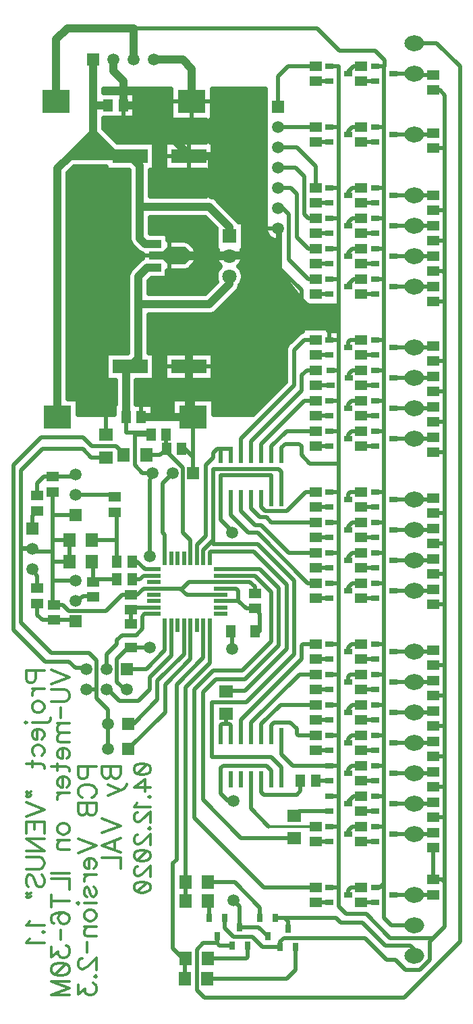
<source format=gbr>
G04 DipTrace 3.3.1.3*
G04 Bottom.gbr*
%MOIN*%
G04 #@! TF.FileFunction,Copper,L2,Bot*
G04 #@! TF.Part,Single*
%AMOUTLINE0*
4,1,10,
-0.100394,0.019685,
-0.033465,0.019685,
-0.009843,0.043307,
0.076772,0.043307,
0.100394,0.019685,
0.100394,-0.019685,
0.076772,-0.043307,
-0.009843,-0.043307,
-0.033465,-0.019685,
-0.100394,-0.019685,
-0.100394,0.019685,
0*%
%AMOUTLINE3*
4,1,20,
0.0,0.03937,
0.015208,0.037443,
0.028926,0.031851,
0.039814,0.023141,
0.046804,0.012166,
0.049213,0.0,
0.046804,-0.012166,
0.039814,-0.023141,
0.028926,-0.031851,
0.015208,-0.037443,
0.0,-0.03937,
-0.015208,-0.037443,
-0.028926,-0.031851,
-0.039814,-0.023141,
-0.046804,-0.012166,
-0.049213,0.0,
-0.046804,0.012166,
-0.039814,0.023141,
-0.028926,0.031851,
-0.015208,0.037443,
0.0,0.03937,
0*%
G04 #@! TA.AperFunction,CopperBalancing*
%ADD13C,0.019685*%
G04 #@! TA.AperFunction,Conductor*
%ADD14C,0.03937*%
%ADD15C,0.012992*%
G04 #@! TA.AperFunction,CopperBalancing*
%ADD16C,0.025*%
%ADD17R,0.059055X0.051181*%
%ADD19R,0.173228X0.070866*%
%ADD20R,0.051181X0.059055*%
%ADD21R,0.062992X0.070866*%
G04 #@! TA.AperFunction,ComponentPad*
%ADD22R,0.059055X0.059055*%
%ADD23C,0.059055*%
%ADD24R,0.047244X0.062992*%
%ADD25R,0.062992X0.047244*%
%ADD27R,0.025591X0.041339*%
%ADD29R,0.041339X0.025591*%
%ADD30R,0.070866X0.062992*%
%ADD32R,0.066929X0.019685*%
%ADD33R,0.019685X0.066929*%
%ADD34R,0.023622X0.07874*%
G04 #@! TA.AperFunction,ComponentPad*
%ADD35R,0.137795X0.11811*%
%ADD37R,0.059055X0.03937*%
G04 #@! TA.AperFunction,ComponentPad*
%ADD38R,0.070866X0.070866*%
%ADD39C,0.070866*%
G04 #@! TA.AperFunction,ViaPad*
%ADD40C,0.059055*%
%ADD85C,0.013895*%
%ADD86C,0.012351*%
%ADD87OUTLINE0*%
G04 #@! TA.AperFunction,ComponentPad*
%ADD90OUTLINE3*%
%FSLAX26Y26*%
G04*
G70*
G90*
G75*
G01*
G04 Bottom*
%LPD*%
X1800050Y778001D2*
D13*
Y812352D1*
X1781201Y831201D1*
X1737256D1*
X2424951Y644735D2*
Y674950D1*
X2406201Y693701D1*
X2281201D1*
X2168701Y806201D1*
X2062451D1*
X2037451Y831201D1*
X1781201D1*
X999953Y3299950D2*
D14*
Y3528794D1*
X1021110Y3549951D1*
X1512453Y3993699D2*
Y3956202D1*
X1412451Y3856201D1*
X1062451D1*
Y3993702D1*
X1106201Y4037451D1*
X1143702D1*
X1718701Y1513386D2*
D13*
Y1557236D1*
X1693702Y1582235D1*
X1481202D1*
X1468701Y1569734D1*
Y1513386D1*
X1718701Y2899852D2*
Y3012450D1*
X1468701D1*
Y2899852D1*
X1562551Y784253D2*
X1656251D1*
X1699854Y740650D1*
X999953Y3299950D2*
Y3224951D1*
X1124951D1*
Y3212450D1*
X1043701D1*
Y3062451D1*
X1081202Y3024950D1*
X1131202D1*
X1006202Y1956201D2*
X993701D1*
X956201Y1993701D1*
Y2106199D1*
X1013092Y2163091D1*
X1024951D1*
X1062451Y3856201D2*
D14*
Y3591293D1*
X1021110Y3549951D1*
X1118701Y2162450D2*
D13*
X1025592D1*
X1024951Y2163091D1*
X1524951Y2156201D2*
Y2238091D1*
X1519341Y2243701D1*
X1531201Y1406201D2*
X1506201D1*
X1468701Y1443701D1*
Y1513386D1*
X1562551Y784253D2*
Y887352D1*
X1531202Y918701D1*
X1524951Y2731201D2*
Y2737450D1*
X1468701Y2793701D1*
Y2899852D1*
X1118702Y2612450D2*
Y2987450D1*
G02X1131202Y3024950I62473J9D01*
G01*
D3*
X937450Y5062450D2*
D14*
Y5006202D1*
X987255Y4956398D1*
Y4837451D1*
X1068701D1*
X1312449Y4593703D1*
Y4587450D1*
X1331202Y3299951D2*
X1074756D1*
Y3299950D1*
X1312449Y3549951D2*
Y3318705D1*
X1331202Y3299951D1*
X1512453Y4093699D2*
X1217375D1*
X1214568Y4096507D1*
X1312449Y4587450D2*
X1424951D1*
Y4437451D1*
X1599951Y4262451D1*
Y4231201D1*
Y4096507D1*
X1214568D1*
X1312449Y3549951D2*
Y3699950D1*
X1374951D1*
X1599951Y3924950D1*
Y4096507D1*
X1137450Y5062450D2*
X1281202D1*
X1324942Y5018710D1*
Y4856211D1*
X2518702Y1019735D2*
D13*
Y1175984D1*
X2518701Y1175986D1*
X2518702Y1019735D2*
X2562450D1*
X2574951Y1007234D1*
Y788484D1*
X2517668Y731201D1*
X2306202D1*
X2187451Y849951D1*
X2087451D1*
X2049951Y887451D1*
Y982235D1*
X2006398D1*
X2006201Y982038D1*
Y1282038D2*
X2049951D1*
Y982235D1*
X2006201Y1432037D2*
X2049951D1*
Y1582038D1*
Y1732038D1*
Y1882038D1*
Y2032038D1*
Y2182038D1*
Y2476769D1*
Y2632038D1*
Y2787904D1*
Y2932037D1*
Y3071824D1*
Y3232037D1*
Y3382038D1*
Y3532037D1*
Y3682038D1*
Y3850984D1*
Y3982038D1*
Y4132037D1*
Y4282038D1*
Y4432038D1*
Y4732038D1*
Y5032235D1*
X2006398D1*
X2006201Y5032038D1*
Y4732038D2*
X2049951D1*
X2006201Y4432038D2*
X2049951D1*
X2006201Y4282038D2*
X2049951D1*
X2006201Y4132038D2*
X2049951Y4132037D1*
X2006201Y3982038D2*
X2049951D1*
X2006201Y3682038D2*
X2049951D1*
X2012451Y3532038D2*
X2049951Y3532037D1*
X2006201Y3382038D2*
X2049951D1*
X2006201Y3232038D2*
X2049951Y3232037D1*
X2006201Y2932038D2*
X2049951Y2932037D1*
X2006201Y2782038D2*
X2044085D1*
X2049951Y2787904D1*
X2006201Y2632038D2*
X2049951D1*
X2006201Y2482038D2*
X2044682D1*
X2049951Y2476769D1*
X2006201Y2182038D2*
X2049951D1*
X2006201Y2032037D2*
X2049951Y2032038D1*
X2006201Y1882038D2*
X2049951D1*
X2006201Y1732037D2*
X2049951Y1732038D1*
X2006201Y1582038D2*
X2049951D1*
Y1432037D2*
Y1282038D1*
X2518701Y4913486D2*
X2549951D1*
X2574951Y4888486D1*
Y4625986D1*
Y4319735D1*
Y4169734D1*
Y4010416D1*
Y3869735D1*
Y3575986D1*
Y3425984D1*
Y3275986D1*
Y3125984D1*
Y2825986D1*
Y2675986D1*
Y2525986D1*
Y2375986D1*
Y2075986D1*
Y1925986D1*
Y1775986D1*
Y1619323D1*
Y1475986D1*
Y1325986D1*
Y1007234D1*
X2518702Y1325986D2*
X2574951D1*
X2518702Y1475986D2*
X2574951D1*
X2518701Y1625986D2*
X2568289D1*
X2574951Y1619323D1*
X2518702Y1775986D2*
X2574951D1*
X2518702Y1925986D2*
X2574951D1*
X2518701Y2075986D2*
X2574951D1*
X2518702Y2375986D2*
X2574951D1*
X2518702Y2525986D2*
X2574951D1*
X2518702Y2675986D2*
X2574951D1*
X2518702Y2825986D2*
X2574951D1*
X2518701Y3125986D2*
X2574951Y3125984D1*
X2518701Y3275986D2*
X2574951D1*
X2518701Y3425986D2*
X2574951Y3425984D1*
X2518702Y3575986D2*
X2574951D1*
X2518701Y3869735D2*
X2574951D1*
X2518702Y4019735D2*
X2565633D1*
X2574951Y4010416D1*
X2518701Y4169735D2*
X2574951Y4169734D1*
X2518702Y4319735D2*
X2574951D1*
X2518702Y4625986D2*
X2574951D1*
X1749951Y4231201D2*
X1762451D1*
Y4032235D1*
X1868701Y3925986D1*
Y3882235D1*
X1899951Y3850984D1*
X2049951D1*
X1768701Y3112450D2*
Y3149950D1*
X1787451Y3168701D1*
X1856201D1*
X1868701Y3156201D1*
Y3112451D1*
X1909328Y3071824D1*
X2049951D1*
X1768701Y1725984D2*
Y1638486D1*
X1825148Y1582038D1*
X2006201D1*
X1137992Y2455463D2*
X1269437D1*
X1300933Y2423967D1*
X1468701D1*
Y2486959D2*
X1310261D1*
X1274101Y2450799D1*
X1269437Y2455463D1*
X1487256Y831201D2*
Y781398D1*
X1531202Y737451D1*
X1624951D1*
X1674953Y687450D1*
X1762648D1*
X1468701Y2486959D2*
X1612944D1*
X1637451Y2462451D1*
Y2431004D1*
X1137992Y2455463D2*
X1086714D1*
X1056201Y2424950D1*
X1024951D1*
X643701Y2374951D2*
X637451D1*
Y2493701D1*
X749951D1*
X537451Y2649951D2*
Y2637450D1*
X637451D1*
Y2693701D1*
Y2818701D1*
X749951D1*
X637451Y2493701D2*
Y2587450D1*
Y2637450D1*
X1331202Y3299951D2*
Y3104478D1*
Y3024950D1*
X1274951Y3143701D2*
X1291979D1*
X1331202Y3104478D1*
X806202Y1956201D2*
X856201D1*
Y2099951D1*
X818702Y2137450D1*
X631202D1*
X481201Y2287451D1*
Y2649951D1*
X537451D1*
X856202Y1956201D2*
Y1912450D1*
X912451Y1856201D1*
Y1662450D1*
Y1787450D2*
Y1662450D1*
X1762648Y687450D2*
Y712647D1*
X1781202Y731201D1*
X2181202D1*
X2287451Y624951D1*
X2331201D1*
X2381201Y574951D1*
X2449953D1*
X2500440Y625438D1*
Y713972D1*
X2517668Y731201D1*
X643701Y2374951D2*
X687451D1*
X718701Y2343701D1*
X899951D1*
X981201Y2424950D1*
X1024951D1*
X481201Y2649951D2*
Y2653129D1*
Y3037450D1*
X587451Y3143701D1*
X787451D1*
X828937Y3102215D1*
X899951D1*
Y3212451D2*
Y4012450D1*
X984008Y4096507D1*
X1214568D1*
X1749951Y4231201D2*
X1599951D1*
X537451Y2649951D2*
Y2653129D1*
X481201D1*
X537451Y2649951D2*
X484378D1*
X481201Y2653129D1*
X720966Y2587450D2*
X637451D1*
X720966Y2693701D2*
X637451D1*
X720966D2*
Y2587450D1*
X637451Y2931398D2*
Y2818701D1*
X1525150Y693702D2*
X1462451D1*
X1449854Y706299D1*
Y740650D1*
Y706299D2*
X1381299D1*
X1349951Y674951D1*
Y474950D1*
X1387450Y437451D1*
X2374953D1*
X2649951Y712450D1*
Y5031201D1*
X2536417Y5144735D1*
X2424951D1*
X1406202Y1006201D2*
X1537451D1*
X1662453Y881199D1*
Y831201D1*
X1402904Y531201D2*
X1793701D1*
X1837451Y574951D1*
Y687450D1*
X1404971Y912451D2*
X1412453D1*
Y831201D1*
X1599953Y693702D2*
Y637453D1*
X1593701Y631201D1*
X1406202D1*
X1292668Y531201D2*
Y627903D1*
X1295966Y631201D1*
X1382087Y2274361D2*
Y2113335D1*
X1249951Y1981199D1*
Y1118701D1*
X1231201Y1099950D1*
Y681201D1*
X1281201Y631201D1*
X1295966D1*
X1294735Y912451D2*
Y1004970D1*
X1295966Y1006201D1*
X1293701D1*
Y1968699D1*
X1413583Y2088581D1*
Y2274361D1*
X656202Y4856211D2*
D14*
Y5162451D1*
X712451Y5218701D1*
X1037450D1*
Y5062450D1*
X2231201Y5032038D2*
D13*
X2274951D1*
Y4732038D1*
Y4432038D1*
Y4282038D1*
Y4132038D1*
Y3982038D1*
Y3682038D1*
Y3526510D1*
Y3382038D1*
Y3232038D1*
Y2932038D1*
Y2782038D1*
Y2632038D1*
Y2473720D1*
Y2182038D1*
Y2032038D1*
Y1882038D1*
Y1732038D1*
Y1582038D1*
Y1432038D1*
Y1282038D1*
Y1000984D1*
X2256005Y982038D1*
X2231201D1*
Y1282038D2*
X2274951D1*
X2231201Y1432037D2*
X2274951Y1432038D1*
X2231201Y1582038D2*
X2274951D1*
X2231201Y1732037D2*
X2274951Y1732038D1*
X2231201Y1882038D2*
X2274951D1*
X2231201Y2032037D2*
X2274951Y2032038D1*
X2231201Y2182038D2*
X2274951D1*
Y1000984D2*
Y832235D1*
X2312451Y794735D1*
X2424951D1*
X2274951Y5032038D2*
X2277163Y5029827D1*
Y5060240D1*
X2231202Y5106201D1*
X2056201D1*
X1943701Y5218701D1*
X1037450D1*
X2231201Y4732038D2*
X2274951D1*
X2231201Y4432038D2*
X2274951D1*
X2231201Y4282038D2*
X2274951D1*
X2231201Y4132038D2*
X2274951D1*
X2231201Y3982038D2*
X2274951D1*
X2231201Y3682038D2*
X2274951D1*
X2231201Y3532038D2*
X2269424D1*
X2274951Y3526510D1*
X2231201Y3382038D2*
X2274951D1*
X2231201Y3232038D2*
X2274951D1*
X2231201Y2932038D2*
X2274951D1*
X2231201Y2782038D2*
X2274951D1*
X2231201Y2632038D2*
X2274951D1*
X2231201Y2482038D2*
X2266634D1*
X2274951Y2473720D1*
X2321752Y944636D2*
X2424853D1*
X2424951Y944735D1*
X2518505D1*
X2518702Y944932D1*
X2231201Y907235D2*
X2162648D1*
X2162451Y907432D1*
X2096752Y944636D2*
Y966535D1*
X2112451Y982235D1*
X2162451D1*
X1937451Y3982235D2*
X1899951D1*
X1806201Y4075986D1*
Y4300986D1*
X1768702Y4338484D1*
X1749951D1*
Y4331201D1*
X2006201Y907235D2*
X1937648D1*
X1937451Y907432D1*
X2321752Y1394635D2*
X2424852D1*
X2424951Y1394735D1*
X2512648D1*
X2518702Y1400789D1*
X2162451Y1357432D2*
X2231003D1*
X2231201Y1357234D1*
X2096752Y1394635D2*
Y1403001D1*
X2125986Y1432235D1*
X2162451D1*
X2321752Y1244636D2*
X2424853D1*
X2424951Y1244735D1*
X2512647D1*
X2518701Y1250789D1*
X2006201Y1357234D2*
X1853249D1*
X1831202Y1335186D1*
X2162451Y1207432D2*
X2231004D1*
X2231201Y1207235D1*
X2096752Y1244636D2*
Y1260285D1*
X2118702Y1282235D1*
X2162451D1*
X2006201Y1207235D2*
X1937648D1*
X1937451Y1207432D1*
X2321752Y1544636D2*
X2424853D1*
X2424951Y1544735D1*
X2512648D1*
X2518702Y1550789D1*
X2162451Y1507432D2*
X2231004D1*
X2231201Y1507235D1*
X2096752Y1544636D2*
Y1565501D1*
X2113486Y1582235D1*
X2162451D1*
X2006201Y1507235D2*
X1937255D1*
X2321752Y1694635D2*
X2424852D1*
X2424951Y1694735D1*
X2512647D1*
X2518701Y1700789D1*
X2162451Y1657432D2*
X2231003D1*
X2231201Y1657234D1*
X2096752Y1694635D2*
Y1715501D1*
X2113486Y1732235D1*
X2162451D1*
X1937451Y1657432D2*
X2006003D1*
X2006201Y1657234D1*
X2321752Y1844636D2*
X2424853D1*
X2424951Y1844735D1*
X2512648D1*
X2518702Y1850789D1*
X2162451Y1807432D2*
X2231004D1*
X2231201Y1807235D1*
X2096752Y1844636D2*
Y1859251D1*
X2119736Y1882235D1*
X2162451D1*
X1937451Y1807432D2*
X2006004D1*
X2006201Y1807235D1*
X2321752Y1994635D2*
X2424852D1*
X2424951Y1994735D1*
X2512648D1*
X2518702Y2000789D1*
X2162451Y1957432D2*
X2231003D1*
X2231201Y1957234D1*
X2096752Y1994635D2*
Y2021751D1*
X2107236Y2032235D1*
X2162451D1*
X1937451Y1957432D2*
X2006003D1*
X2006201Y1957234D1*
X2321752Y2144636D2*
X2424853D1*
X2424951Y2144735D1*
X2512647D1*
X2518701Y2150789D1*
X2162451Y2107432D2*
X2231004D1*
X2231201Y2107235D1*
X2096752Y2144636D2*
Y2165501D1*
X2113486Y2182235D1*
X2162451D1*
X2006201Y2107235D2*
X1937648D1*
X1937451Y2107432D1*
X2321752Y2444636D2*
X2424853D1*
X2424951Y2444735D1*
X2512648D1*
X2518702Y2450789D1*
X2231201Y2407235D2*
X2162647D1*
X2162451Y2407430D1*
X2096752Y2444636D2*
Y2459251D1*
X2119735Y2482234D1*
X2162451D1*
X2006201Y2407235D2*
X1937647D1*
X1937451Y2407430D1*
X2321752Y2594636D2*
X2424853D1*
X2424951Y2594735D1*
X2512648D1*
X2518702Y2600789D1*
X2231201Y2557235D2*
X2162648D1*
X2162451Y2557432D1*
X2096752Y2594636D2*
Y2609251D1*
X2119736Y2632235D1*
X2162451D1*
X2006201Y2557235D2*
X1937648D1*
X1937451Y2557432D1*
X2321752Y2744636D2*
X2424853D1*
X2424951Y2744735D1*
X2512648D1*
X2518702Y2750789D1*
X2231201Y2707235D2*
X2162647D1*
X2162451Y2707430D1*
X2096752Y2744636D2*
Y2759251D1*
X2119735Y2782234D1*
X2162451D1*
X2006201Y2707235D2*
X1937647D1*
X1937451Y2707430D1*
X2321752Y2894636D2*
X2424853D1*
X2424951Y2894735D1*
X2512648D1*
X2518702Y2900789D1*
X2231201Y2857235D2*
X2162648D1*
X2162451Y2857432D1*
X2096752Y2894636D2*
Y2921751D1*
X2107236Y2932235D1*
X2162451D1*
X2006201Y2857235D2*
X1937648D1*
X1937451Y2857432D1*
X2321752Y3194636D2*
X2424853D1*
X2424951Y3194735D1*
X2512647D1*
X2518701Y3200789D1*
X2231201Y3157235D2*
X2162648D1*
X2162451Y3157432D1*
X2096752Y3194636D2*
Y3215501D1*
X2113486Y3232235D1*
X2162451D1*
X2006201Y3157235D2*
X1937648D1*
X1937451Y3157432D1*
X2321752Y3344636D2*
X2424853D1*
X2424951Y3344735D1*
X2512647D1*
X2518701Y3350789D1*
X2231201Y3307235D2*
X2162647D1*
X2162451Y3307430D1*
X2096752Y3344636D2*
Y3365501D1*
X2113484Y3382234D1*
X2162451D1*
X2006201Y3307235D2*
X1937647D1*
X1937451Y3307430D1*
X2321752Y3494636D2*
X2424853D1*
X2424951Y3494735D1*
X2512647D1*
X2518701Y3500789D1*
X2231201Y3457235D2*
X2162648D1*
X2162451Y3457432D1*
X2103003Y3494636D2*
Y3515501D1*
X2119736Y3532235D1*
X2162451D1*
X2012451Y3457235D2*
X1937648D1*
X1937451Y3457432D1*
X2321752Y3644636D2*
X2424853D1*
X2424951Y3644735D1*
X2512648D1*
X2518702Y3650789D1*
X2231201Y3607235D2*
X2162451D1*
X2096752Y3644636D2*
Y3671751D1*
X2107039Y3682038D1*
X2162451D1*
X2006201Y3607235D2*
X1937647D1*
X1937451Y3607430D1*
X2518701Y4988289D2*
X2431398D1*
X2424951Y4994735D1*
X2321752Y4994636D2*
X2424853D1*
X2424951Y4994735D1*
X2231201Y4957235D2*
X2162648D1*
X2162451Y4957432D1*
X2096752Y4994636D2*
Y5003001D1*
X2125986Y5032235D1*
X2162451D1*
X2006201Y4957235D2*
X1937648D1*
X1937451Y4957432D1*
X2321752Y4694636D2*
X2424853D1*
X2424951Y4694735D1*
X2512648D1*
X2518702Y4700789D1*
X2231201Y4657235D2*
X2162648D1*
X2162451Y4657432D1*
X2096752Y4694636D2*
Y4709251D1*
X2119736Y4732235D1*
X2162451D1*
X1937451Y4657432D2*
X2006004D1*
X2006201Y4657235D1*
X1937451Y4132235D2*
X1899951D1*
X1843701Y4188486D1*
Y4400986D1*
X1813486Y4431201D1*
X1749951D1*
X2321752Y4394636D2*
X2424853D1*
X2424951Y4394735D1*
X2518505D1*
X2518702Y4394538D1*
X2162451Y4357432D2*
X2231004D1*
X2231201Y4357235D1*
X2096752Y4394636D2*
Y4409251D1*
X2119736Y4432235D1*
X2162451D1*
X1937451Y4357432D2*
X2006004D1*
X2006201Y4357235D1*
X2321752Y4244636D2*
X2424853D1*
X2424951Y4244735D1*
X2518504D1*
X2518701Y4244538D1*
X2231201Y4207235D2*
X2162648D1*
X2162451Y4207432D1*
X2096752Y4244636D2*
Y4259251D1*
X2119736Y4282235D1*
X2162451D1*
X2006201Y4207235D2*
X1937648D1*
X1937451Y4207432D1*
X2321752Y4094636D2*
X2424853D1*
X2424951Y4094735D1*
X2518505D1*
X2518702Y4094538D1*
X2162451Y4057432D2*
X2231004D1*
X2231201Y4057235D1*
X2096752Y4094636D2*
Y4109251D1*
X2119736Y4132235D1*
X2162451D1*
X1937451Y4057432D2*
X2006004D1*
X2006201Y4057235D1*
X2321752Y3944636D2*
X2424853D1*
X2424951Y3944735D1*
X2518504D1*
X2518701Y3944538D1*
X2162451Y3907432D2*
X2231004D1*
X2231201Y3907235D1*
X2096752Y3944636D2*
Y3953001D1*
X2125986Y3982235D1*
X2162451D1*
X1968702Y3907235D2*
X2006201D1*
X1937451Y4282235D2*
X1899951D1*
X1881201Y4300986D1*
Y4488486D1*
X1838486Y4531201D1*
X1749951D1*
X1937451Y4432235D2*
Y4538484D1*
X1844735Y4631201D1*
X1749951D1*
X1937451Y4732235D2*
X1887451D1*
Y4731201D1*
X1749951D1*
X1937451Y5032235D2*
X1799951D1*
X1749951Y4982235D1*
Y4831201D1*
X1568701Y3112450D2*
Y3193701D1*
X1831201Y3456201D1*
Y3631199D1*
X1882235Y3682234D1*
X1937451D1*
X1618701Y3112450D2*
Y3181201D1*
X1868701Y3431201D1*
Y3506199D1*
X1894736Y3532235D1*
X1937451D1*
X1668701Y3112450D2*
Y3168699D1*
X1882235Y3382234D1*
X1937451D1*
X1718701Y3112450D2*
Y3156199D1*
X1794736Y3232235D1*
X1937451D1*
X1668701Y2899852D2*
Y2856201D1*
X1687451Y2837450D1*
X1793701D1*
X1888486Y2932235D1*
X1937451D1*
X1618701Y2899852D2*
Y2849951D1*
X1662451Y2806201D1*
X1693701D1*
X1717668Y2782234D1*
X1937451D1*
X1568701Y2899852D2*
Y2837451D1*
X1637451Y2768701D1*
X1668701D1*
X1805167Y2632235D1*
X1937451D1*
X1518701Y2899852D2*
Y2818701D1*
X1606201Y2731201D1*
X1649951D1*
X1898919Y2482234D1*
X1937451D1*
X1568701Y1725984D2*
Y1806201D1*
X1868701Y2106201D1*
Y2174950D1*
X1875986Y2182235D1*
X1937451D1*
X1618701Y1725984D2*
Y1793699D1*
X1857236Y2032235D1*
X1937451D1*
X1668701Y1725984D2*
Y1787450D1*
X1763486Y1882235D1*
X1937451D1*
X1718701Y1725984D2*
Y1782234D1*
X1731202Y1794735D1*
X1812451D1*
X1843702Y1763484D1*
Y1738484D1*
X1849951Y1732235D1*
X1937451D1*
X1668701Y1513386D2*
Y1450986D1*
X1681202Y1438484D1*
X1843701D1*
X1862451Y1457235D1*
Y1507235D1*
X1618701Y1513386D2*
Y1369735D1*
X1706201Y1282235D1*
D15*
X1937451D1*
X1468701Y1725984D2*
D13*
Y1781199D1*
X1475986Y1788484D1*
X1493701D1*
X1512453D1*
X1518701Y1782236D1*
Y1725984D1*
X1493701Y1788484D2*
Y1837450D1*
X1468701Y3112450D2*
Y3143701D1*
X1518701D1*
Y3112450D1*
X1350591Y2605070D2*
Y2669340D1*
X1393701Y2712450D1*
Y3062450D1*
X1431201Y3099950D1*
Y3124950D1*
X1449951Y3143701D1*
X1468701D1*
X1768701Y2899852D2*
Y3031202D1*
X1756202Y3043701D1*
X1431202D1*
Y2693701D1*
X1382087Y2644585D1*
Y2605070D1*
X1431202Y2693701D2*
Y2674951D1*
X1649950D1*
X1831201Y2493701D1*
Y2131199D1*
X1593702Y1893701D1*
X1424951D1*
Y1624951D1*
X1718701D1*
X1768701Y1574951D1*
Y1513386D1*
X1006202Y2056201D2*
X1099951D1*
X1193110Y2149360D1*
Y2274361D1*
X906202Y2056201D2*
Y2131202D1*
X956201Y2181201D1*
Y2199950D1*
X981202Y2224951D1*
X1049953D1*
X1081202Y2256201D1*
Y2318702D1*
X1091979Y2329479D1*
X1137992D1*
X906202Y1956201D2*
X924951D1*
Y1943701D1*
X968701Y1899951D1*
X1062451D1*
X1118701Y1956201D1*
Y2018699D1*
X1224606Y2124605D1*
Y2274361D1*
X1199755Y3212450D2*
Y3144094D1*
X1200148Y3143701D1*
X1319094Y2605070D2*
Y2693307D1*
X1281201Y2731201D1*
Y3049951D1*
X1187451Y3143701D1*
X1200148D1*
X1099951Y3112451D2*
X1168899D1*
X1200148Y3143701D1*
X1137992Y2360975D2*
X1035780D1*
X1024951Y2350147D1*
Y2281201D2*
Y2350147D1*
X1468701Y2455463D2*
X1544437D1*
X1556201Y2443699D1*
Y2399949D1*
X1548723Y2392471D1*
X1468701D1*
X1548723D2*
X1559705Y2390198D1*
X1593702Y2356201D1*
X1637451D1*
Y2243701D2*
X1662451D1*
Y2331201D1*
X1637451Y2356201D1*
X1468701Y2518455D2*
X1637697D1*
X1718701Y2437451D1*
Y2193701D1*
X1574951Y2049951D1*
X1431202D1*
X1337451Y1956201D1*
Y1324950D1*
X1680167Y982235D1*
X1937451D1*
X537451Y2749951D2*
Y2812648D1*
X562451Y2837648D1*
X837450Y5062450D2*
D14*
Y4837451D1*
Y4701537D1*
X811270Y4675357D1*
X784437Y4648524D1*
X757723Y4621810D1*
X723364Y4587450D1*
X662462Y4526549D1*
Y3299951D1*
X912451Y4837451D2*
X837450D1*
X1021110Y4587450D2*
X951537D1*
X837450Y4701537D1*
X1021110Y4587450D2*
X723364D1*
X1021110D2*
X899177D1*
X811270Y4675357D1*
X1021110Y4587450D2*
X845510D1*
X784437Y4648524D1*
X1021110Y4587450D2*
X792083D1*
X757723Y4621810D1*
X1512453Y4193699D2*
Y4237450D1*
X1412451Y4337451D1*
X1081199D1*
X1068699Y4324951D1*
Y4181202D1*
X1094340Y4155562D1*
X1143702D1*
X1068699Y4324951D2*
Y4539861D1*
X1021110Y4587450D1*
X537451Y2549951D2*
D13*
Y2543701D1*
X562451Y2518701D1*
Y2456004D1*
X749951Y2918701D2*
X931201D1*
X943701Y2906201D1*
X749951Y2393701D2*
X762451D1*
X787451Y2418701D1*
X831202D1*
X837451Y2412450D1*
X643701Y2300147D2*
X749951D1*
Y2293701D1*
X562451Y2381201D2*
Y2324951D1*
X587451Y2299951D1*
X643505D1*
X643701Y2300147D1*
X837451Y2487255D2*
Y2581201D1*
X831202Y2587450D1*
X956202Y2499950D2*
X850147D1*
X837451Y2487255D1*
X562451Y2912450D2*
Y2974951D1*
X593701Y3006201D1*
X637451D1*
X737451D1*
X749951Y3018701D1*
X956202Y2587451D2*
Y2693701D1*
Y2818896D1*
X943701Y2831398D1*
X831202Y2693701D2*
X956202D1*
X1193110Y2605070D2*
Y2719293D1*
X1181202Y2731201D1*
Y2974950D1*
X1231202Y3024950D1*
X1031005Y2499950D2*
X1068701D1*
X1087451Y2518701D1*
X1137747D1*
X1137992Y2518455D1*
X1031005Y2587451D2*
X1056201D1*
X1093701Y2549951D1*
X1137992D1*
X1468701D2*
X1662450D1*
X1756201Y2456201D1*
Y2174950D1*
X1587451Y2006201D1*
X1443701D1*
X1381201Y1943701D1*
Y1412451D1*
X1568702Y1224950D1*
X1831202D1*
X1493701Y1947686D2*
Y1949951D1*
X1587451D1*
X1793701Y2156201D1*
Y2474950D1*
X1631201Y2637450D1*
X1418701D1*
X1413583Y2632332D1*
Y2605070D1*
X1319094Y2274361D2*
Y2106594D1*
X1193701Y1981201D1*
Y1843699D1*
X1012451Y1662450D1*
Y1787450D2*
X1037450D1*
X1156201Y1906201D1*
Y1999950D1*
X1287598Y2131348D1*
Y2274361D1*
X989715Y3112451D2*
X993701D1*
X949951Y3156201D1*
X831202D1*
X787451Y3199951D1*
X581202D1*
X443701Y3062450D1*
Y2249951D1*
X599951Y2093701D1*
X718701D1*
X749951Y2062450D1*
X806201D1*
X799951Y2056201D1*
X806202D1*
D40*
X1118701Y2162450D3*
X1524951Y2156201D3*
X1531201Y1406201D3*
X1531202Y918701D3*
X1524951Y2731201D3*
X1118702Y2612450D3*
X1048547Y4893832D2*
D16*
X1220349D1*
X1429530D2*
X1684727D1*
X1048547Y4868963D2*
X1220349D1*
X1429530D2*
X1684727D1*
X1048547Y4844094D2*
X1220349D1*
X1429530D2*
X1684727D1*
X1048547Y4819226D2*
X1220349D1*
X1429530D2*
X1684727D1*
X1048547Y4794357D2*
X1220349D1*
X1429530D2*
X1684727D1*
X892811Y4769488D2*
X1220349D1*
X1429530D2*
X1684727D1*
X892811Y4744619D2*
X1391194D1*
X1421205D2*
X1684942D1*
X896507Y4719751D2*
X1391194D1*
X1421205D2*
X1684942D1*
X921374Y4694882D2*
X1391194D1*
X1421205D2*
X1684942D1*
X946241Y4670013D2*
X1391194D1*
X1421205D2*
X1684942D1*
X1143425Y4645144D2*
X1190135D1*
X1434734D2*
X1684942D1*
X1143425Y4620276D2*
X1190135D1*
X1434734D2*
X1684942D1*
X1143425Y4595407D2*
X1190135D1*
X1434734D2*
X1684942D1*
X1143425Y4570538D2*
X1190135D1*
X1434734D2*
X1684942D1*
X1143425Y4545669D2*
X1190135D1*
X1434734D2*
X1684942D1*
X733987Y4520801D2*
X898827D1*
X1143425D2*
X1190135D1*
X1434734D2*
X1684942D1*
X717839Y4495932D2*
X1013333D1*
X1124084D2*
X1391194D1*
X1421205D2*
X1684942D1*
X717839Y4471063D2*
X1013333D1*
X1124084D2*
X1391194D1*
X1421205D2*
X1684942D1*
X717839Y4446194D2*
X1013333D1*
X1124084D2*
X1391194D1*
X1421205D2*
X1684942D1*
X717839Y4421325D2*
X1013333D1*
X1124084D2*
X1391194D1*
X1421205D2*
X1684942D1*
X717839Y4396457D2*
X1013333D1*
X1124084D2*
X1391194D1*
X1421205D2*
X1684942D1*
X717839Y4371588D2*
X1013333D1*
X1455583D2*
X1684942D1*
X717839Y4346719D2*
X1013333D1*
X1480450D2*
X1684942D1*
X717839Y4321850D2*
X1013333D1*
X1505318D2*
X1684942D1*
X717839Y4296982D2*
X1013333D1*
X1530185D2*
X1684942D1*
X717839Y4272113D2*
X1013333D1*
X1124084D2*
X1400524D1*
X1554874D2*
X1684942D1*
X717839Y4247244D2*
X1013333D1*
X1124084D2*
X1425391D1*
X1583581D2*
X1684942D1*
X717839Y4222375D2*
X1013333D1*
X1124084D2*
X1441324D1*
X1583581D2*
X1685228D1*
X717839Y4197507D2*
X1013333D1*
X1208915D2*
X1441324D1*
X1583581D2*
X1694559D1*
X717839Y4172638D2*
X1014014D1*
X1298732D2*
X1441324D1*
X1583581D2*
X1725025D1*
X717839Y4147769D2*
X1025247D1*
X1332823D2*
X1441324D1*
X1583581D2*
X1743899D1*
X717839Y4122900D2*
X1049720D1*
X1349975D2*
X1447854D1*
X1577050D2*
X1744654D1*
X717839Y4098031D2*
X1078499D1*
X1350656D2*
X1441467D1*
X1583437D2*
X1745407D1*
X717839Y4073163D2*
X1064648D1*
X1350441D2*
X1444482D1*
X1580423D2*
X1746160D1*
X717839Y4048294D2*
X1039780D1*
X1335873D2*
X1458513D1*
X1566392D2*
X1746913D1*
X717839Y4023425D2*
X1016240D1*
X1308493D2*
X1448106D1*
X1576799D2*
X1750143D1*
X717839Y3998556D2*
X1007304D1*
X1208915D2*
X1441504D1*
X1583402D2*
X1769018D1*
X717839Y3973688D2*
X1007089D1*
X1119706D2*
X1444302D1*
X1580602D2*
X1787894D1*
X717839Y3948819D2*
X1007089D1*
X1117804D2*
X1427795D1*
X1567290D2*
X1806769D1*
X717839Y3923950D2*
X1007089D1*
X1117804D2*
X1402928D1*
X1556848D2*
X1825608D1*
X717839Y3899081D2*
X1007089D1*
X1532589D2*
X1844483D1*
X717839Y3874213D2*
X1007089D1*
X1507722D2*
X1863358D1*
X717839Y3849344D2*
X1007089D1*
X1482854D2*
X1872222D1*
X717839Y3824475D2*
X1007089D1*
X1457987D2*
X2034957D1*
X717839Y3799606D2*
X1007089D1*
X1117804D2*
X2034957D1*
X717839Y3774738D2*
X1007089D1*
X1117804D2*
X2034957D1*
X717839Y3749869D2*
X1007089D1*
X1117804D2*
X2034957D1*
X717839Y3725000D2*
X1007089D1*
X1117804D2*
X1872222D1*
X717839Y3700131D2*
X1007089D1*
X1117804D2*
X1836768D1*
X717839Y3675262D2*
X1007089D1*
X1117804D2*
X1811900D1*
X717839Y3650394D2*
X1007089D1*
X1117804D2*
X1790190D1*
X717839Y3625525D2*
X1007089D1*
X1117804D2*
X1785668D1*
X717839Y3600656D2*
X898827D1*
X1143425D2*
X1190135D1*
X1434734D2*
X1785668D1*
X717839Y3575787D2*
X898827D1*
X1143425D2*
X1190135D1*
X1434734D2*
X1785668D1*
X717839Y3550919D2*
X898827D1*
X1143425D2*
X1190135D1*
X1434734D2*
X1785668D1*
X717839Y3526050D2*
X898827D1*
X1143425D2*
X1190135D1*
X1434734D2*
X1785668D1*
X717839Y3501181D2*
X898827D1*
X1143425D2*
X1190135D1*
X1434734D2*
X1785668D1*
X717839Y3476312D2*
X944579D1*
X1055329D2*
X1785668D1*
X717839Y3451444D2*
X944579D1*
X1055329D2*
X1763097D1*
X717839Y3426575D2*
X944579D1*
X1055329D2*
X1738230D1*
X717839Y3401706D2*
X944579D1*
X1055329D2*
X1713362D1*
X767037Y3376837D2*
X944579D1*
X1055329D2*
X1226629D1*
X1435774D2*
X1688495D1*
X767037Y3351969D2*
X938694D1*
X1136033D2*
X1226629D1*
X1435774D2*
X1663626D1*
X767037Y3327100D2*
X938694D1*
X1136033D2*
X1226629D1*
X1435774D2*
X1638759D1*
X1194487Y4656068D2*
X1393694D1*
X1393701Y4763990D1*
X1222860Y4763971D1*
Y4918697D1*
X890320Y4918701D1*
X890421Y4900164D1*
X1046030D1*
Y4774739D1*
X890308D1*
X890320Y4723448D1*
X957681Y4656076D1*
X1140909Y4656068D1*
Y4518832D1*
X1121568D1*
X1121570Y4390332D1*
X1393715Y4390322D1*
X1393665Y4518832D1*
X1192650D1*
Y4656068D1*
X1194487D1*
X1418698D2*
X1432248D1*
Y4518832D1*
X1418705D1*
X1418701Y4389916D1*
X1424794Y4388861D1*
X1432684Y4386297D1*
X1440076Y4382530D1*
X1446787Y4377655D1*
X1469323Y4355349D1*
X1552656Y4271786D1*
X1557539Y4265060D1*
X1563257Y4262318D1*
X1581071D1*
Y4125081D1*
X1573538Y4124955D1*
X1576530Y4118247D1*
X1578786Y4111256D1*
X1580283Y4104066D1*
X1581003Y4096755D1*
X1580849Y4088194D1*
X1579869Y4080913D1*
X1578115Y4073781D1*
X1575610Y4066875D1*
X1572382Y4060278D1*
X1568466Y4054063D1*
X1563907Y4048303D1*
X1559445Y4043706D1*
X1564630Y4038264D1*
X1570959Y4029552D1*
X1575848Y4019958D1*
X1579175Y4009718D1*
X1580860Y3999083D1*
Y3988316D1*
X1579175Y3977681D1*
X1575848Y3967441D1*
X1570959Y3957846D1*
X1564904Y3949483D1*
X1563862Y3943860D1*
X1561298Y3935970D1*
X1557531Y3928577D1*
X1552656Y3921866D1*
X1530350Y3899329D1*
X1446787Y3815997D1*
X1440076Y3811122D1*
X1432684Y3807356D1*
X1424794Y3804791D1*
X1416600Y3803493D1*
X1384892Y3803331D1*
X1115294D1*
X1115322Y3618539D1*
X1140909Y3618570D1*
Y3481333D1*
X1052814D1*
X1052823Y3362686D1*
X1133531Y3362663D1*
Y3312461D1*
X1229098Y3312451D1*
X1229119Y3392192D1*
X1433285D1*
Y3312450D1*
X1626623Y3312451D1*
X1788184Y3474034D1*
X1788306Y3634575D1*
X1789362Y3641244D1*
X1791449Y3647665D1*
X1794513Y3653681D1*
X1798483Y3659143D1*
X1826759Y3687608D1*
X1854291Y3714951D1*
X1859753Y3718921D1*
X1865769Y3721986D1*
X1872203Y3724075D1*
X1874739Y3733694D1*
Y3741009D1*
X2000164D1*
Y3727983D1*
X2037428Y3728018D1*
X2037451Y3831740D1*
X1898252Y3837567D1*
X1895408Y3838306D1*
X1892815Y3839689D1*
X1890617Y3841639D1*
X1885243Y3848657D1*
X1874739Y3848656D1*
Y3862471D1*
X1751491Y4025192D1*
X1750391Y4027916D1*
X1749957Y4030823D1*
X1745576Y4168640D1*
X1738293Y4169581D1*
X1731168Y4171367D1*
X1724301Y4173974D1*
X1717786Y4177365D1*
X1711713Y4181495D1*
X1706163Y4186307D1*
X1701214Y4191735D1*
X1696934Y4197703D1*
X1693382Y4204133D1*
X1690605Y4210932D1*
X1688642Y4218009D1*
X1687490Y4223971D1*
X1687255Y4232609D1*
X1687451Y4243324D1*
X1687239Y4331201D1*
X1687451Y4344374D1*
X1687239Y4431201D1*
X1687451Y4445424D1*
X1687239Y4531201D1*
X1687451Y4546474D1*
X1687239Y4631201D1*
X1687451Y4647524D1*
X1687239Y4731201D1*
X1687451Y4748573D1*
X1687239Y4768488D1*
X1687451Y4904741D1*
Y4918701D1*
X1427052D1*
X1427025Y4763971D1*
X1418707D1*
X1418702Y4656033D1*
X1014992Y4518832D2*
X901311D1*
Y4534585D1*
X745269Y4534580D1*
X715354Y4504671D1*
X715332Y3392214D1*
X764545Y3392192D1*
Y3312421D1*
X941164Y3312450D1*
X941177Y3362663D1*
X947098D1*
X947083Y3481345D1*
X901311Y3481333D1*
Y3618570D1*
X1009573D1*
X1009744Y3997850D1*
X1011042Y4006045D1*
X1013606Y4013934D1*
X1017373Y4021327D1*
X1022248Y4028038D1*
X1044554Y4050575D1*
X1071865Y4077655D1*
X1078591Y4082538D1*
X1080990Y4084171D1*
Y4104402D1*
X1074108Y4106717D1*
X1066715Y4110483D1*
X1060004Y4115358D1*
X1037469Y4137664D1*
X1028496Y4146866D1*
X1023621Y4153577D1*
X1019854Y4160970D1*
X1017290Y4168860D1*
X1015992Y4177054D1*
X1015829Y4208761D1*
Y4517972D1*
X1194487Y3618570D2*
X1432248D1*
Y3481333D1*
X1192650D1*
Y3618570D1*
X1194487D1*
X1206415Y4020024D2*
Y3984581D1*
X1128080D1*
X1115344Y3971825D1*
X1115322Y3909051D1*
X1390541Y3909071D1*
X1449031Y3967551D1*
X1445731Y3977681D1*
X1444046Y3988316D1*
Y3999083D1*
X1445731Y4009718D1*
X1449058Y4019958D1*
X1453946Y4029552D1*
X1460276Y4038264D1*
X1465493Y4043663D1*
X1460194Y4049231D1*
X1455740Y4055072D1*
X1451936Y4061356D1*
X1448825Y4068009D1*
X1446444Y4074958D1*
X1444819Y4082122D1*
X1443969Y4089419D1*
X1443903Y4096764D1*
X1444623Y4104073D1*
X1446121Y4111265D1*
X1448379Y4118255D1*
X1451434Y4125084D1*
X1443835Y4125081D1*
Y4231335D1*
X1390547Y4284585D1*
X1121538Y4284581D1*
X1121570Y4208436D1*
X1206415Y4208432D1*
X1206563Y4172999D1*
X1293987Y4172894D1*
X1299419Y4172000D1*
X1304629Y4170222D1*
X1309474Y4167606D1*
X1313819Y4164226D1*
X1340224Y4137711D1*
X1343434Y4133239D1*
X1345861Y4128297D1*
X1347437Y4123021D1*
X1348119Y4117559D1*
X1348042Y4074176D1*
X1347148Y4068743D1*
X1345370Y4063533D1*
X1342755Y4058688D1*
X1339374Y4054343D1*
X1313471Y4028471D1*
X1309079Y4025152D1*
X1304197Y4022606D1*
X1298962Y4020902D1*
X1293517Y4020085D1*
X1221524Y4020014D1*
X1206416D1*
X1312449Y4656033D2*
D13*
Y4518867D1*
X1192685Y4587450D2*
X1432213D1*
X987255Y4900129D2*
Y4774774D1*
Y4837451D2*
X1045995D1*
X1074756Y3362627D2*
Y3299950D1*
X1312449Y3618534D2*
Y3481369D1*
X1192685Y3549951D2*
X1432213D1*
X1749951Y4231201D2*
Y4168524D1*
X1687274Y4231201D2*
X1749951D1*
X2006201Y3727982D2*
Y3682038D1*
X1331202Y3392156D2*
Y3299951D1*
X1324942Y4856211D2*
Y4764007D1*
X1222895Y4856211D2*
X1426990D1*
X1214568Y4172991D2*
Y4020022D1*
X1080997Y4096507D2*
X1348139D1*
X1443870Y4093699D2*
X1581035D1*
D17*
X1637451Y2356201D3*
Y2431004D3*
X1024951Y2424950D3*
Y2350147D3*
D19*
X1312449Y4587450D3*
X1021110D3*
D20*
X912451Y4837451D3*
X987255D3*
X999953Y3299950D3*
X1074756D3*
D19*
X1312449Y3549951D3*
X1021110D3*
D17*
X643701Y2374950D3*
Y2300147D3*
X637451Y3006201D3*
Y2931398D3*
D20*
X1274951Y3143701D3*
X1200148D3*
D17*
X562451Y2912451D3*
Y2837648D3*
Y2381201D3*
Y2456004D3*
D21*
X831202Y2587450D3*
X720966D3*
X831202Y2693701D3*
X720966D3*
D22*
X1749951Y4831201D3*
D23*
Y4731201D3*
Y4631201D3*
Y4531201D3*
Y4431201D3*
Y4331201D3*
Y4231201D3*
D22*
X1006202Y2056201D3*
D23*
Y1956201D3*
X906202Y2056201D3*
Y1956201D3*
X806202Y2056201D3*
Y1956201D3*
D22*
X837450Y5062450D3*
D23*
X937450D3*
X1037450D3*
X1137450D3*
D22*
X537451Y2749951D3*
D23*
Y2649951D3*
Y2549951D3*
D22*
X1012451Y1787450D3*
D23*
X912451D3*
D22*
X1012451Y1662450D3*
D23*
X912451D3*
D24*
X1637451Y2243701D3*
X1519341D3*
D25*
X1024951Y2281201D3*
Y2163091D3*
D27*
X1599953Y693702D3*
X1525150D3*
X1562551Y784253D3*
X1662453Y831201D3*
X1737256D3*
X1699854Y740650D3*
X1412453Y831201D3*
X1487256D3*
X1449854Y740650D3*
X1837451Y687450D3*
X1762648D3*
X1800050Y778001D3*
D29*
X2231201Y907235D3*
Y982038D3*
X2321752Y944636D3*
X2006201Y907235D3*
Y982038D3*
X2096752Y944636D3*
X2231201Y1357234D3*
Y1432037D3*
X2321752Y1394635D3*
X2006201Y1357234D3*
Y1432037D3*
X2096752Y1394635D3*
X2231201Y1207235D3*
Y1282038D3*
X2321752Y1244636D3*
X2006201Y1207235D3*
Y1282038D3*
X2096752Y1244636D3*
X2231201Y1507235D3*
Y1582038D3*
X2321752Y1544636D3*
X2006201Y1507235D3*
Y1582038D3*
X2096752Y1544636D3*
X2231201Y1657234D3*
Y1732037D3*
X2321752Y1694635D3*
X2006201Y1657234D3*
Y1732037D3*
X2096752Y1694635D3*
X2231201Y1807235D3*
Y1882038D3*
X2321752Y1844636D3*
X2006201Y1807235D3*
Y1882038D3*
X2096752Y1844636D3*
X2231201Y1957234D3*
Y2032037D3*
X2321752Y1994635D3*
X2006201Y1957234D3*
Y2032037D3*
X2096752Y1994635D3*
X2231201Y2107235D3*
Y2182038D3*
X2321752Y2144636D3*
X2006201Y2107235D3*
Y2182038D3*
X2096752Y2144636D3*
X2231201Y2407235D3*
Y2482038D3*
X2321752Y2444636D3*
X2006201Y2407235D3*
Y2482038D3*
X2096752Y2444636D3*
X2231201Y2557235D3*
Y2632038D3*
X2321752Y2594636D3*
X2006201Y2557235D3*
Y2632038D3*
X2096752Y2594636D3*
X2231201Y2707235D3*
Y2782038D3*
X2321752Y2744636D3*
X2006201Y2707235D3*
Y2782038D3*
X2096752Y2744636D3*
X2231201Y2857235D3*
Y2932038D3*
X2321752Y2894636D3*
X2006201Y2857235D3*
Y2932038D3*
X2096752Y2894636D3*
X2231201Y3157235D3*
Y3232038D3*
X2321752Y3194636D3*
X2006201Y3157235D3*
Y3232038D3*
X2096752Y3194636D3*
X2231201Y3307235D3*
Y3382038D3*
X2321752Y3344636D3*
X2006201Y3307235D3*
Y3382038D3*
X2096752Y3344636D3*
X2231201Y3457235D3*
Y3532038D3*
X2321752Y3494636D3*
X2012451Y3457235D3*
Y3532038D3*
X2103003Y3494636D3*
X2231201Y3607235D3*
Y3682038D3*
X2321752Y3644636D3*
X2006201Y3607235D3*
Y3682038D3*
X2096752Y3644636D3*
X2231201Y4957235D3*
Y5032038D3*
X2321752Y4994636D3*
X2006201Y4957235D3*
Y5032038D3*
X2096752Y4994636D3*
X2231201Y4657235D3*
Y4732038D3*
X2321752Y4694636D3*
X2006201Y4657235D3*
Y4732038D3*
X2096752Y4694636D3*
X2231201Y4357235D3*
Y4432038D3*
X2321752Y4394636D3*
X2006201Y4357235D3*
Y4432038D3*
X2096752Y4394636D3*
X2231201Y4207235D3*
Y4282038D3*
X2321752Y4244636D3*
X2006201Y4207235D3*
Y4282038D3*
X2096752Y4244636D3*
X2231201Y4057235D3*
Y4132038D3*
X2321752Y4094636D3*
X2006201Y4057235D3*
Y4132038D3*
X2096752Y4094636D3*
X2231201Y3907235D3*
Y3982038D3*
X2321752Y3944636D3*
X2006201Y3907235D3*
Y3982038D3*
X2096752Y3944636D3*
D21*
X1406202Y1006201D3*
X1295966D3*
X1292668Y531201D3*
X1402904D3*
X1294735Y912451D3*
X1404971D3*
X1406202Y631201D3*
X1295966D3*
D17*
X2162451Y982235D3*
Y907432D3*
X2518702Y1019735D3*
Y944932D3*
X1937451Y982235D3*
Y907432D3*
X2162451Y1432235D3*
Y1357432D3*
X2518702Y1325986D3*
Y1400789D3*
D30*
X1831202Y1224950D3*
Y1335186D3*
D17*
X2162451Y1282235D3*
Y1207432D3*
X2518701Y1175986D3*
Y1250789D3*
X1937451Y1282235D3*
Y1207432D3*
X2162451Y1582235D3*
Y1507432D3*
X2518702Y1475986D3*
Y1550789D3*
D20*
X1862451Y1507235D3*
X1937255D3*
D17*
X2162451Y1732235D3*
Y1657432D3*
X2518701Y1625986D3*
Y1700789D3*
X1937451Y1732235D3*
Y1657432D3*
X2162451Y1882235D3*
Y1807432D3*
X2518702Y1775986D3*
Y1850789D3*
X1937451Y1882235D3*
Y1807432D3*
X2162451Y2032235D3*
Y1957432D3*
X2518702Y1925986D3*
Y2000789D3*
X1937451Y2032235D3*
Y1957432D3*
X2162451Y2182235D3*
Y2107432D3*
X2518701Y2075986D3*
Y2150789D3*
X1937451Y2182235D3*
Y2107432D3*
X2162451Y2482234D3*
Y2407430D3*
X2518702Y2375986D3*
Y2450789D3*
X1937451Y2482234D3*
Y2407430D3*
X2162451Y2632235D3*
Y2557432D3*
X2518702Y2525986D3*
Y2600789D3*
X1937451Y2632235D3*
Y2557432D3*
X2162451Y2782234D3*
Y2707430D3*
X2518702Y2675986D3*
Y2750789D3*
X1937451Y2782234D3*
Y2707430D3*
X2162451Y2932235D3*
Y2857432D3*
X2518702Y2825986D3*
Y2900789D3*
X1937451Y2932235D3*
Y2857432D3*
X2162451Y3232235D3*
Y3157432D3*
X2518701Y3125986D3*
Y3200789D3*
X1937451Y3232235D3*
Y3157432D3*
X2162451Y3382234D3*
Y3307430D3*
X2518701Y3275986D3*
Y3350789D3*
X1937451Y3382234D3*
Y3307430D3*
X2162451Y3532235D3*
Y3457432D3*
X2518701Y3425986D3*
Y3500789D3*
X1937451Y3532235D3*
Y3457432D3*
X2162451Y3682038D3*
Y3607235D3*
X2518702Y3575986D3*
Y3650789D3*
X1937451Y3682234D3*
Y3607430D3*
X2162451Y5032235D3*
Y4957432D3*
X2518701Y4913486D3*
Y4988289D3*
X1937451Y5032235D3*
Y4957432D3*
X2162451Y4732235D3*
Y4657432D3*
X2518702Y4625986D3*
Y4700789D3*
X1937451Y4732235D3*
Y4657432D3*
X2162451Y4432235D3*
Y4357432D3*
X2518702Y4319735D3*
Y4394538D3*
X1937451Y4432235D3*
Y4357432D3*
X2162451Y4282235D3*
Y4207432D3*
X2518701Y4169735D3*
Y4244538D3*
X1937451Y4282235D3*
Y4207432D3*
X2162451Y4132235D3*
Y4057432D3*
X2518702Y4019735D3*
Y4094538D3*
X1937451Y4132235D3*
Y4057432D3*
X2162451Y3982235D3*
Y3907432D3*
X2518701Y3869735D3*
Y3944538D3*
X1937451Y3982235D3*
Y3907432D3*
X943701Y2906201D3*
Y2831398D3*
D22*
X1331202Y3024950D3*
D23*
X1231202D3*
X1131202D3*
D22*
X749951Y2293701D3*
D23*
Y2393701D3*
Y2493701D3*
D22*
Y2818701D3*
D23*
Y2918701D3*
Y3018701D3*
D17*
X837451Y2412451D3*
Y2487255D3*
D20*
X956202Y2587451D3*
X1031005D3*
X956202Y2499950D3*
X1031005D3*
X1124951Y3212450D3*
X1199755D3*
D30*
X1493701Y1837450D3*
Y1947686D3*
D21*
X1099951Y3112451D3*
X989715D3*
D30*
X899951Y3212451D3*
Y3102215D3*
D32*
X1468701Y2549951D3*
Y2518455D3*
Y2486959D3*
Y2455463D3*
Y2423967D3*
Y2392471D3*
Y2360975D3*
Y2329479D3*
D33*
X1413583Y2274361D3*
X1382087D3*
X1350591D3*
X1319094D3*
X1287598D3*
X1256102D3*
X1224606D3*
X1193110D3*
D32*
X1137992Y2329479D3*
Y2360975D3*
Y2392471D3*
Y2423967D3*
Y2455463D3*
Y2486959D3*
Y2518455D3*
Y2549951D3*
D33*
X1193110Y2605070D3*
X1224606D3*
X1256102D3*
X1287598D3*
X1319094D3*
X1350591D3*
X1382087D3*
X1413583D3*
D34*
X1468701Y1725984D3*
X1518701D3*
X1568701D3*
X1618701D3*
X1668701D3*
X1718701D3*
X1768701D3*
Y1513386D3*
X1718701D3*
X1668701D3*
X1618701D3*
X1568701D3*
X1518701D3*
X1468701D3*
Y3112450D3*
X1518701D3*
X1568701D3*
X1618701D3*
X1668701D3*
X1718701D3*
X1768701D3*
Y2899852D3*
X1718701D3*
X1668701D3*
X1618701D3*
X1568701D3*
X1518701D3*
X1468701D3*
D35*
X1331202Y3299951D3*
X1324942Y4856211D3*
X662462Y3299951D3*
X656202Y4856211D3*
D37*
X1143702Y4037451D3*
D87*
X1214568Y4096507D3*
D37*
X1143702Y4155562D3*
D38*
X1512453Y4193699D3*
D39*
Y3993699D3*
Y4093699D3*
D90*
X2424951Y644735D3*
Y794735D3*
Y944735D3*
Y1244735D3*
Y1394735D3*
Y1544735D3*
Y1694735D3*
Y1844735D3*
Y1994735D3*
Y2144735D3*
Y2594735D3*
Y2444735D3*
Y2744735D3*
Y2894735D3*
Y3194735D3*
Y3344735D3*
Y3494735D3*
Y3644735D3*
Y3944735D3*
Y4094735D3*
Y4244735D3*
Y4394735D3*
Y4694735D3*
Y4994735D3*
Y5144735D3*
X553946Y2049940D2*
D85*
Y2011140D1*
X549668Y1998307D1*
X545291Y1993929D1*
X536735Y1989652D1*
X523802D1*
X515246Y1993929D1*
X510869Y1998307D1*
X506591Y2011140D1*
Y2049940D1*
X597023D1*
X536735Y1961861D2*
X597023D1*
X562601D2*
X549668Y1957484D1*
X541013Y1948928D1*
X536735Y1940273D1*
Y1927340D1*
Y1878060D2*
X541013Y1886616D1*
X549668Y1895271D1*
X562601Y1899549D1*
X571157D1*
X584090Y1895271D1*
X592646Y1886616D1*
X597023Y1878060D1*
Y1865127D1*
X592646Y1856472D1*
X584090Y1847916D1*
X571157Y1843539D1*
X562601D1*
X549668Y1847916D1*
X541013Y1856472D1*
X536735Y1865127D1*
Y1878060D1*
X506492Y1798537D2*
X510770Y1794160D1*
X506492Y1789882D1*
X502214Y1794160D1*
X506492Y1798537D1*
X536636Y1794160D2*
X609857D1*
X622790Y1798537D1*
X627068Y1807093D1*
Y1815748D1*
X562601Y1762091D2*
Y1710459D1*
X553946D1*
X545291Y1714736D1*
X541013Y1719014D1*
X536735Y1727670D1*
Y1740603D1*
X541013Y1749158D1*
X549668Y1757814D1*
X562601Y1762091D1*
X571157D1*
X584090Y1757814D1*
X592646Y1749158D1*
X597023Y1740603D1*
Y1727670D1*
X592646Y1719014D1*
X584090Y1710459D1*
X549668Y1630936D2*
X541013Y1639591D1*
X536735Y1648246D1*
Y1661080D1*
X541013Y1669735D1*
X549668Y1678291D1*
X562601Y1682668D1*
X571157D1*
X584090Y1678291D1*
X592646Y1669735D1*
X597023Y1661080D1*
Y1648246D1*
X592646Y1639591D1*
X584090Y1630936D1*
X506591Y1590212D2*
X579812D1*
X592646Y1585934D1*
X597023Y1577279D1*
Y1568723D1*
X536735Y1603145D2*
Y1573001D1*
X515346Y1449073D2*
X510969Y1453451D1*
X506691Y1449073D1*
X510969Y1444796D1*
X519624D1*
X528180Y1449073D1*
X532557Y1453451D1*
X515346Y1431862D2*
X510969Y1436240D1*
X506691Y1431862D1*
X510969Y1427585D1*
X519624D1*
X528180Y1431862D1*
X532557Y1436240D1*
X506591Y1399794D2*
X597023Y1365372D1*
X506591Y1330950D1*
Y1247249D2*
Y1303160D1*
X597023D1*
Y1247249D1*
X549668Y1303160D2*
Y1268738D1*
X506591Y1159170D2*
X597023D1*
X506591Y1219458D1*
X597023D1*
X506591Y1131380D2*
X571157D1*
X584090Y1127102D1*
X592646Y1118447D1*
X597023Y1105514D1*
Y1096958D1*
X592646Y1084025D1*
X584090Y1075369D1*
X571157Y1071092D1*
X506591D1*
X519524Y983013D2*
X510869Y991569D1*
X506591Y1004502D1*
Y1021713D1*
X510869Y1034646D1*
X519524Y1043301D1*
X528080D1*
X536735Y1038924D1*
X541013Y1034646D1*
X545291Y1026090D1*
X553946Y1000224D1*
X558224Y991569D1*
X562601Y987291D1*
X571157Y983013D1*
X584090D1*
X592646Y991569D1*
X597023Y1004502D1*
Y1021713D1*
X592646Y1034646D1*
X584090Y1043301D1*
X515346Y950845D2*
X510969Y955222D1*
X506691Y950845D1*
X510969Y946567D1*
X519624D1*
X528180Y950845D1*
X532557Y955222D1*
X515346Y933634D2*
X510969Y938011D1*
X506691Y933634D1*
X510969Y929356D1*
X519624D1*
X528180Y933634D1*
X532557Y938011D1*
X523902Y814084D2*
X519524Y805429D1*
X506691Y792496D1*
X597023D1*
X588368Y760427D2*
X592745Y764705D1*
X597023Y760427D1*
X592745Y756050D1*
X588368Y760427D1*
X523902Y728259D2*
X519524Y719604D1*
X506691Y706671D1*
X597023D1*
X811101Y1576765D2*
Y1537966D1*
X806823Y1525132D1*
X802446Y1520755D1*
X793890Y1516477D1*
X780957D1*
X772401Y1520755D1*
X768024Y1525132D1*
X763746Y1537966D1*
Y1576765D1*
X854178D1*
X785235Y1424120D2*
X776679Y1428398D1*
X768024Y1437053D1*
X763746Y1445609D1*
Y1462820D1*
X768024Y1471475D1*
X776679Y1480031D1*
X785235Y1484408D1*
X798168Y1488686D1*
X819756D1*
X832590Y1484408D1*
X841245Y1480031D1*
X849801Y1471475D1*
X854178Y1462820D1*
Y1445609D1*
X849801Y1437053D1*
X841245Y1428398D1*
X832590Y1424120D1*
X763746Y1396330D2*
X854178D1*
Y1357530D1*
X849801Y1344597D1*
X845523Y1340319D1*
X836967Y1336042D1*
X824034D1*
X815379Y1340319D1*
X811101Y1344597D1*
X806823Y1357530D1*
X802446Y1344597D1*
X798168Y1340319D1*
X789612Y1336042D1*
X780957D1*
X772401Y1340319D1*
X768024Y1344597D1*
X763746Y1357530D1*
Y1396330D1*
X806823D2*
Y1357530D1*
X763746Y1220769D2*
X854178Y1186347D1*
X763746Y1151926D1*
X819756Y1124135D2*
Y1072502D1*
X811101D1*
X802446Y1076780D1*
X798168Y1081058D1*
X793890Y1089713D1*
Y1102646D1*
X798168Y1111202D1*
X806823Y1119857D1*
X819756Y1124135D1*
X828312D1*
X841245Y1119857D1*
X849801Y1111202D1*
X854178Y1102646D1*
Y1089713D1*
X849801Y1081058D1*
X841245Y1072502D1*
X793890Y1044711D2*
X854178D1*
X819756D2*
X806823Y1040334D1*
X798168Y1031778D1*
X793890Y1023123D1*
Y1010190D1*
X806823Y935045D2*
X798168Y939322D1*
X793890Y952255D1*
Y965189D1*
X798168Y978122D1*
X806823Y982399D1*
X815379Y978122D1*
X819756Y969466D1*
X824034Y947978D1*
X828312Y939322D1*
X836967Y935045D1*
X841245D1*
X849801Y939322D1*
X854178Y952255D1*
Y965189D1*
X849801Y978122D1*
X841245Y982399D1*
X763746Y907254D2*
X768024Y902976D1*
X763746Y898599D1*
X759369Y902976D1*
X763746Y907254D1*
X793890Y902976D2*
X854178D1*
X793890Y849319D2*
X798168Y857875D1*
X806823Y866530D1*
X819756Y870808D1*
X828312D1*
X841245Y866530D1*
X849801Y857875D1*
X854178Y849319D1*
Y836386D1*
X849801Y827731D1*
X841245Y819175D1*
X828312Y814798D1*
X819756D1*
X806823Y819175D1*
X798168Y827731D1*
X793890Y836386D1*
Y849319D1*
Y787007D2*
X854178D1*
X811101D2*
X798168Y774074D1*
X793890Y765419D1*
Y752585D1*
X798168Y743930D1*
X811101Y739652D1*
X854178D1*
X809012Y711862D2*
Y662119D1*
X785334Y629951D2*
X781057D1*
X772401Y625673D1*
X768124Y621395D1*
X763846Y612740D1*
Y595529D1*
X768124Y586974D1*
X772401Y582696D1*
X781057Y578318D1*
X789612D1*
X798268Y582696D1*
X811101Y591251D1*
X854178Y634328D1*
Y574040D1*
X845523Y541972D2*
X849900Y546250D1*
X854178Y541972D1*
X849900Y537595D1*
X845523Y541972D1*
X763846Y501149D2*
Y453893D1*
X798268Y479660D1*
X798267Y466727D1*
X802545Y458171D1*
X806823Y453893D1*
X819756Y449516D1*
X828312D1*
X841245Y453893D1*
X849900Y462449D1*
X854178Y475382D1*
Y488315D1*
X849900Y501149D1*
X845523Y505427D1*
X836967Y509804D1*
X882997Y1578378D2*
X973429D1*
Y1539579D1*
X969051Y1526646D1*
X964774Y1522368D1*
X956218Y1518090D1*
X943285D1*
X934630Y1522368D1*
X930352Y1526646D1*
X926074Y1539579D1*
X921697Y1526646D1*
X917419Y1522368D1*
X908863Y1518090D1*
X900208D1*
X891652Y1522368D1*
X887275Y1526646D1*
X882997Y1539579D1*
Y1578378D1*
X926074D2*
Y1539579D1*
X913141Y1485922D2*
X973429Y1460155D1*
X990640Y1468711D1*
X999295Y1477366D1*
X1003573Y1485922D1*
Y1490299D1*
X913141Y1434289D2*
X973429Y1460155D1*
X882997Y1319017D2*
X973429Y1284595D1*
X882997Y1250173D1*
X973429Y1153439D2*
X882997Y1187961D1*
X973429Y1222383D1*
X943285Y1209450D2*
Y1166372D1*
X882997Y1125649D2*
X973429D1*
Y1074016D1*
X631619Y2053334D2*
X722051Y2018913D1*
X631619Y1984491D1*
Y1956700D2*
X696185D1*
X709118Y1952422D1*
X717673Y1943767D1*
X722051Y1930834D1*
Y1922278D1*
X717673Y1909345D1*
X709118Y1900690D1*
X696185Y1896412D1*
X631619D1*
X676885Y1868621D2*
Y1818879D1*
X661763Y1791088D2*
X722051D1*
X678974D2*
X666041Y1778155D1*
X661763Y1769500D1*
Y1756666D1*
X666041Y1748011D1*
X678974Y1743733D1*
X722051D1*
X678974D2*
X666041Y1730800D1*
X661763Y1722145D1*
Y1709311D1*
X666041Y1700656D1*
X678974Y1696279D1*
X722051D1*
X687629Y1668488D2*
Y1616855D1*
X678974D1*
X670319Y1621133D1*
X666041Y1625411D1*
X661763Y1634066D1*
Y1646999D1*
X666041Y1655555D1*
X674696Y1664210D1*
X687629Y1668488D1*
X696185D1*
X709118Y1664210D1*
X717673Y1655555D1*
X722051Y1646999D1*
Y1634066D1*
X717673Y1625411D1*
X709118Y1616855D1*
X631619Y1576132D2*
X704840D1*
X717673Y1571854D1*
X722051Y1563199D1*
Y1554643D1*
X661763Y1589065D2*
Y1558921D1*
X687629Y1526852D2*
Y1475219D1*
X678974D1*
X670319Y1479497D1*
X666041Y1483775D1*
X661763Y1492430D1*
Y1505363D1*
X666041Y1513919D1*
X674696Y1522574D1*
X687629Y1526852D1*
X696185D1*
X709118Y1522574D1*
X717673Y1513919D1*
X722051Y1505363D1*
Y1492430D1*
X717673Y1483775D1*
X709118Y1475219D1*
X661763Y1447429D2*
X722051D1*
X687629D2*
X674696Y1443051D1*
X666041Y1434496D1*
X661763Y1425840D1*
Y1412907D1*
Y1276146D2*
X666041Y1284702D1*
X674696Y1293357D1*
X687629Y1297635D1*
X696185D1*
X709118Y1293357D1*
X717673Y1284702D1*
X722051Y1276146D1*
Y1263213D1*
X717673Y1254558D1*
X709118Y1246002D1*
X696185Y1241625D1*
X687629D1*
X674696Y1246002D1*
X666041Y1254558D1*
X661763Y1263213D1*
Y1276146D1*
Y1213834D2*
X722051D1*
X678974D2*
X666041Y1200901D1*
X661763Y1192246D1*
Y1179412D1*
X666041Y1170757D1*
X678974Y1166479D1*
X722051D1*
X631619Y1051207D2*
X722051D1*
X631619Y1023416D2*
X722051D1*
Y971783D1*
X631619Y913849D2*
X722051D1*
X631619Y943993D2*
Y883705D1*
X644552Y804281D2*
X635996Y808559D1*
X631718Y821492D1*
Y830048D1*
X635996Y842981D1*
X648929Y851636D1*
X670418Y855914D1*
X691907D1*
X709118Y851636D1*
X717773Y842981D1*
X722051Y830048D1*
Y825770D1*
X717773Y812937D1*
X709118Y804281D1*
X696185Y800004D1*
X691907D1*
X678974Y804281D1*
X670418Y812937D1*
X666140Y825770D1*
Y830048D1*
X670418Y842981D1*
X678974Y851636D1*
X691907Y855914D1*
X676885Y772213D2*
Y722470D1*
X631718Y686024D2*
Y638769D1*
X666140Y664536D1*
Y651603D1*
X670418Y643047D1*
X674696Y638769D1*
X687629Y634392D1*
X696185D1*
X709118Y638769D1*
X717773Y647325D1*
X722051Y660258D1*
Y673191D1*
X717773Y686024D1*
X713396Y690302D1*
X704840Y694680D1*
X631718Y580735D2*
X635996Y593668D1*
X648929Y602323D1*
X670418Y606601D1*
X683351D1*
X704840Y602323D1*
X717773Y593668D1*
X722051Y580735D1*
Y572179D1*
X717773Y559246D1*
X704840Y550690D1*
X683351Y546313D1*
X670418D1*
X648929Y550690D1*
X635996Y559246D1*
X631718Y572179D1*
Y580735D1*
X648929Y550690D2*
X704840Y602323D1*
X722051Y449679D2*
X631619D1*
X722051Y484101D1*
X631619Y518522D1*
X722051D1*
X1040149Y1567948D2*
D86*
X1043952Y1579444D1*
X1055448Y1587137D1*
X1074549Y1590940D1*
X1086045D1*
X1105146Y1587137D1*
X1116642Y1579444D1*
X1120445Y1567948D1*
Y1560343D1*
X1116642Y1548847D1*
X1105146Y1541241D1*
X1086045Y1537351D1*
X1074549D1*
X1055448Y1541241D1*
X1043952Y1548847D1*
X1040149Y1560343D1*
Y1567948D1*
X1055448Y1541241D2*
X1105146Y1587137D1*
X1120445Y1474357D2*
X1040149D1*
X1093650Y1512648D1*
Y1455256D1*
X1112751Y1426750D2*
X1116642Y1430553D1*
X1120445Y1426750D1*
X1116642Y1422860D1*
X1112751Y1426750D1*
X1055448Y1398157D2*
X1051557Y1390463D1*
X1040149Y1378967D1*
X1120445D1*
X1059250Y1350373D2*
X1055448D1*
X1047754Y1346571D1*
X1043952Y1342768D1*
X1040149Y1335075D1*
Y1319776D1*
X1043952Y1312171D1*
X1047754Y1308369D1*
X1055448Y1304478D1*
X1063053D1*
X1070747Y1308369D1*
X1082154Y1315974D1*
X1120445Y1354264D1*
Y1300675D1*
X1112751Y1272170D2*
X1116642Y1275972D1*
X1120445Y1272170D1*
X1116642Y1268279D1*
X1112751Y1272170D1*
X1059250Y1239685D2*
X1055448D1*
X1047754Y1235882D1*
X1043952Y1232080D1*
X1040149Y1224386D1*
Y1209088D1*
X1043952Y1201483D1*
X1047754Y1197680D1*
X1055448Y1193789D1*
X1063053D1*
X1070747Y1197680D1*
X1082154Y1205285D1*
X1120445Y1243576D1*
Y1189987D1*
X1040149Y1142292D2*
X1043952Y1153788D1*
X1055448Y1161481D1*
X1074549Y1165284D1*
X1086045D1*
X1105146Y1161481D1*
X1116642Y1153788D1*
X1120445Y1142292D1*
Y1134687D1*
X1116642Y1123190D1*
X1105146Y1115585D1*
X1086045Y1111694D1*
X1074549D1*
X1055448Y1115585D1*
X1043952Y1123191D1*
X1040149Y1134687D1*
Y1142292D1*
X1055448Y1115585D2*
X1105146Y1161481D1*
X1059251Y1083101D2*
X1055448D1*
X1047754Y1079298D1*
X1043952Y1075496D1*
X1040149Y1067802D1*
Y1052504D1*
X1043952Y1044898D1*
X1047754Y1041096D1*
X1055448Y1037205D1*
X1063053D1*
X1070747Y1041096D1*
X1082154Y1048701D1*
X1120445Y1086992D1*
Y1033402D1*
X1040149Y985707D2*
X1043952Y997204D1*
X1055448Y1004897D1*
X1074549Y1008700D1*
X1086045D1*
X1105146Y1004897D1*
X1116642Y997203D1*
X1120445Y985707D1*
Y978102D1*
X1116642Y966606D1*
X1105146Y959001D1*
X1086045Y955110D1*
X1074549D1*
X1055448Y959001D1*
X1043952Y966606D1*
X1040149Y978102D1*
Y985707D1*
X1055448Y959001D2*
X1105146Y1004897D1*
M02*

</source>
